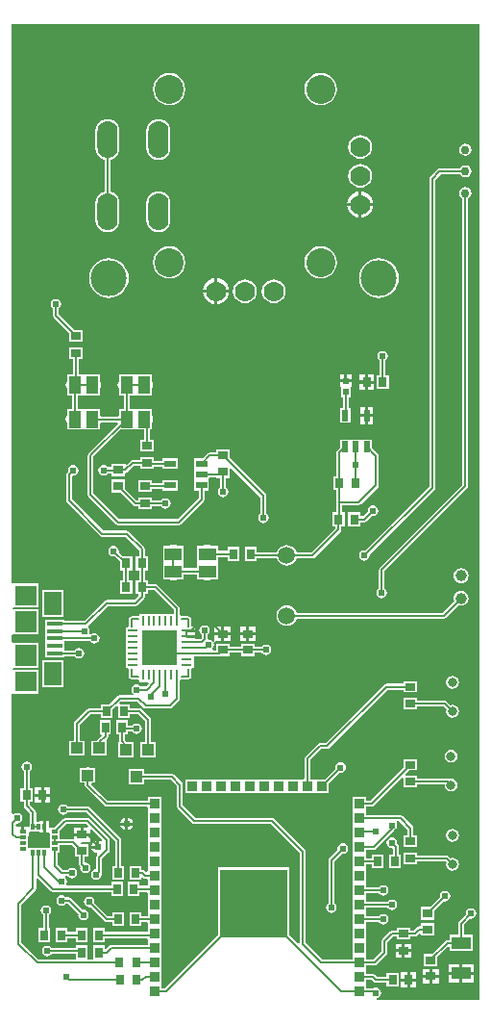
<source format=gtl>
G04 Layer_Physical_Order=1*
G04 Layer_Color=255*
%FSLAX25Y25*%
%MOIN*%
G70*
G01*
G75*
%ADD10R,0.03150X0.03543*%
%ADD11R,0.12402X0.12402*%
%ADD12R,0.01024X0.03780*%
%ADD13R,0.03780X0.01024*%
%ADD14R,0.03543X0.02756*%
%ADD15R,0.03543X0.03150*%
%ADD16R,0.02362X0.03937*%
%ADD17R,0.02756X0.03543*%
%ADD18R,0.04134X0.03937*%
%ADD19R,0.23622X0.23622*%
%ADD20R,0.03543X0.03543*%
%ADD21R,0.05512X0.01575*%
%ADD22R,0.06299X0.08268*%
%ADD23R,0.07480X0.07086*%
%ADD24R,0.07480X0.07480*%
%ADD25R,0.01968X0.02362*%
%ADD26R,0.03937X0.02362*%
%ADD27R,0.06693X0.04331*%
%ADD28R,0.01378X0.02165*%
%ADD29R,0.02165X0.01378*%
%ADD30C,0.00800*%
%ADD31C,0.00787*%
%ADD32C,0.10000*%
%ADD33O,0.07000X0.13000*%
%ADD34C,0.07000*%
%ADD35R,0.05900X0.04300*%
%ADD36C,0.12500*%
%ADD37R,0.04300X0.05900*%
%ADD38C,0.03150*%
%ADD39C,0.03937*%
%ADD40C,0.05905*%
%ADD41C,0.03000*%
%ADD42C,0.02400*%
G36*
X393879Y306121D02*
X358345D01*
X358286Y306721D01*
X358702Y306804D01*
X359298Y307202D01*
X359696Y307798D01*
X359835Y308500D01*
X359696Y309202D01*
X359298Y309798D01*
X358702Y310196D01*
X358000Y310335D01*
X357298Y310196D01*
X357111Y310071D01*
X354910D01*
X354486Y310495D01*
X354486Y311423D01*
X354486Y312023D01*
Y313032D01*
X356526D01*
X357279Y312279D01*
X357610Y312058D01*
X358000Y311980D01*
X361569D01*
Y310628D01*
X365919D01*
Y315372D01*
X361569D01*
Y314020D01*
X358422D01*
X357670Y314772D01*
X357339Y314993D01*
X356949Y315071D01*
X354910D01*
X354486Y315495D01*
X354486Y316423D01*
X354486Y317023D01*
Y318032D01*
X357551D01*
X357941Y318109D01*
X358272Y318330D01*
X361721Y321779D01*
X361942Y322110D01*
X362020Y322500D01*
Y326078D01*
X363875Y327933D01*
X365128D01*
Y326975D01*
X369872D01*
Y327933D01*
X371453D01*
X371843Y328011D01*
X372174Y328232D01*
X373028Y329086D01*
X373628Y328838D01*
Y328313D01*
X378372D01*
Y332663D01*
X373628D01*
Y331508D01*
X372988D01*
X372598Y331430D01*
X372267Y331209D01*
X371030Y329972D01*
X369872D01*
Y330931D01*
X365128D01*
Y329972D01*
X363453D01*
X363063Y329895D01*
X362732Y329674D01*
X360279Y327221D01*
X360058Y326890D01*
X359980Y326500D01*
Y322922D01*
X357129Y320071D01*
X354910D01*
X354486Y320495D01*
X354486Y321423D01*
X354486Y322023D01*
Y326080D01*
X354486Y326423D01*
X354486Y327023D01*
Y331080D01*
X354486Y331423D01*
X354486Y332023D01*
Y332980D01*
X359016D01*
X359202Y332702D01*
X359798Y332304D01*
X360500Y332165D01*
X361202Y332304D01*
X361798Y332702D01*
X362196Y333298D01*
X362335Y334000D01*
X362196Y334702D01*
X361798Y335298D01*
X361202Y335696D01*
X360500Y335835D01*
X359798Y335696D01*
X359202Y335298D01*
X359016Y335020D01*
X354910D01*
X354486Y335444D01*
X354486Y336423D01*
X354486Y337023D01*
Y337980D01*
X362016D01*
X362202Y337702D01*
X362798Y337304D01*
X363500Y337165D01*
X364202Y337304D01*
X364798Y337702D01*
X365196Y338298D01*
X365335Y339000D01*
X365196Y339702D01*
X364798Y340298D01*
X364202Y340696D01*
X363500Y340835D01*
X362798Y340696D01*
X362202Y340298D01*
X362016Y340020D01*
X354910D01*
X354486Y340444D01*
X354486Y341423D01*
X354486Y342023D01*
Y342980D01*
X359016D01*
X359202Y342702D01*
X359798Y342304D01*
X360500Y342165D01*
X361202Y342304D01*
X361798Y342702D01*
X362196Y343298D01*
X362335Y344000D01*
X362196Y344702D01*
X361798Y345298D01*
X361202Y345696D01*
X360500Y345835D01*
X359798Y345696D01*
X359202Y345298D01*
X359016Y345020D01*
X354910D01*
X354486Y345444D01*
X354486Y346423D01*
X354486Y347023D01*
Y351080D01*
X354486Y351423D01*
X354486Y352023D01*
Y352980D01*
X356569D01*
Y351628D01*
X360525D01*
Y356372D01*
X356569D01*
Y355020D01*
X354910D01*
X354486Y355444D01*
X354486Y356423D01*
X354486Y357023D01*
Y358032D01*
X357051D01*
X357441Y358109D01*
X357772Y358330D01*
X364221Y364779D01*
X364267Y364847D01*
X364798Y365202D01*
X365196Y365798D01*
X365335Y366500D01*
X365196Y367202D01*
X365042Y367432D01*
X365363Y368032D01*
X366026D01*
X368980Y365078D01*
Y362931D01*
X367628D01*
Y358975D01*
X372372D01*
Y362931D01*
X371020D01*
Y365500D01*
X370942Y365890D01*
X370721Y366221D01*
X367170Y369772D01*
X366839Y369993D01*
X366449Y370071D01*
X354910D01*
X354486Y370495D01*
X354486Y371423D01*
X354486Y372023D01*
Y373032D01*
X356551D01*
X356941Y373109D01*
X357272Y373330D01*
X367028Y383086D01*
X367628Y382838D01*
Y379616D01*
X372372D01*
Y380575D01*
X381721D01*
X381783Y380500D01*
X381951Y379651D01*
X382432Y378932D01*
X383151Y378451D01*
X384000Y378283D01*
X384849Y378451D01*
X385568Y378932D01*
X386049Y379651D01*
X386217Y380500D01*
X386049Y381349D01*
X385568Y382068D01*
X384849Y382549D01*
X384000Y382717D01*
X383193Y382557D01*
X382906Y382614D01*
X372372D01*
Y383572D01*
X368363D01*
X368114Y384172D01*
X369464Y385522D01*
X372372D01*
Y389478D01*
X367628D01*
Y386570D01*
X356129Y375071D01*
X354486D01*
Y376423D01*
X349743D01*
Y372023D01*
X349743Y371679D01*
X349743Y371079D01*
Y367023D01*
X349743Y366680D01*
X349743Y366079D01*
Y362023D01*
X349743Y361680D01*
X349743Y361080D01*
Y357023D01*
X349743Y356680D01*
X349743Y356080D01*
Y352023D01*
X349743Y351679D01*
X349743Y351080D01*
Y347023D01*
X349743Y346679D01*
X349743Y346079D01*
Y342023D01*
X349743Y341680D01*
X349743Y341079D01*
Y337023D01*
X349743Y336680D01*
X349743Y336080D01*
Y332023D01*
X349743Y331680D01*
X349743Y331080D01*
Y327023D01*
X349743Y326679D01*
X349743Y326080D01*
Y322023D01*
X349743Y321679D01*
X349743Y321079D01*
Y320071D01*
X339371D01*
X333520Y325922D01*
Y357500D01*
X333442Y357890D01*
X333221Y358221D01*
X322721Y368721D01*
X322390Y368942D01*
X322000Y369020D01*
X295422D01*
X291020Y373422D01*
Y380500D01*
X290942Y380890D01*
X290721Y381221D01*
X287945Y383997D01*
X287615Y384218D01*
X287224Y384295D01*
X277667D01*
Y385844D01*
X272333D01*
Y380707D01*
X277667D01*
Y382256D01*
X286802D01*
X288980Y380078D01*
Y373000D01*
X289058Y372610D01*
X289279Y372279D01*
X294279Y367279D01*
X294610Y367058D01*
X295000Y366980D01*
X321578D01*
X331480Y357078D01*
Y325810D01*
X330880Y325561D01*
X327911Y328531D01*
Y351911D01*
X303089D01*
Y328531D01*
X284629Y310071D01*
X283910D01*
X283486Y310495D01*
X283486Y311423D01*
X283486Y312023D01*
Y316079D01*
X283486Y316423D01*
X283486Y317023D01*
Y321079D01*
X283486Y321423D01*
X283486Y322023D01*
Y326080D01*
X283486Y326423D01*
X283486Y327023D01*
Y331080D01*
X283486Y331423D01*
X283486Y332023D01*
Y336080D01*
X283486Y336423D01*
X283486Y337023D01*
Y341079D01*
X283486Y341423D01*
X283486Y342023D01*
Y346079D01*
X283486Y346423D01*
X283486Y347023D01*
Y351080D01*
X283486Y351423D01*
X283486Y352023D01*
Y356080D01*
X283486Y356423D01*
X283486Y357023D01*
Y361080D01*
X283486Y361423D01*
X283486Y362023D01*
Y366079D01*
X283486Y366423D01*
X283486Y367023D01*
Y371079D01*
X283486Y371423D01*
X283486Y372023D01*
Y376423D01*
X278743D01*
Y375071D01*
X264871D01*
X259335Y380607D01*
X259583Y381207D01*
X260667D01*
Y386344D01*
X258823D01*
X258721Y386496D01*
X258390Y386718D01*
X258000Y386795D01*
X257610Y386718D01*
X257279Y386496D01*
X257177Y386344D01*
X255333D01*
Y381207D01*
X256980D01*
Y380500D01*
X257058Y380110D01*
X257279Y379779D01*
X263728Y373330D01*
X264059Y373109D01*
X264449Y373032D01*
X278318D01*
X278743Y372607D01*
X278743Y371679D01*
X278743Y371079D01*
Y367023D01*
X278743Y366680D01*
X278743Y366079D01*
Y362023D01*
X278743Y361680D01*
X278743Y361080D01*
Y357023D01*
X278743Y356680D01*
X278743Y356080D01*
Y352023D01*
X278743Y351679D01*
X278743Y350548D01*
X278142Y350299D01*
X277721Y350721D01*
X277390Y350942D01*
X277000Y351020D01*
X276383D01*
Y352372D01*
X272428D01*
Y347628D01*
X276383D01*
Y348326D01*
X276983Y348575D01*
X277228Y348330D01*
X277559Y348109D01*
X277949Y348032D01*
X278318D01*
X278743Y347607D01*
X278743Y346679D01*
X278743Y346120D01*
X278646Y345520D01*
X275978D01*
Y346872D01*
X272022D01*
Y342128D01*
X275978D01*
Y343480D01*
X278318D01*
X278743Y343056D01*
X278743Y341680D01*
X278743Y341079D01*
Y337023D01*
X278743Y336680D01*
X278743Y336080D01*
Y335020D01*
X276431D01*
Y336372D01*
X272475D01*
Y331628D01*
X276431D01*
Y332980D01*
X278318D01*
X278743Y332556D01*
X278743Y331680D01*
X278743Y331080D01*
Y329520D01*
X263731D01*
Y330872D01*
X259775D01*
Y326128D01*
X263731D01*
Y327480D01*
X278318D01*
X278743Y327056D01*
Y326679D01*
X278743Y326080D01*
Y325071D01*
X266051D01*
X265661Y324993D01*
X265330Y324772D01*
X264331Y323773D01*
X263731Y324021D01*
Y324872D01*
X259775D01*
X259775Y320128D01*
X259220Y320020D01*
X258380D01*
X257825Y320128D01*
X257825Y320620D01*
Y324872D01*
X253869D01*
Y324020D01*
X245484D01*
X245298Y324298D01*
X244702Y324696D01*
X244000Y324835D01*
X243298Y324696D01*
X242702Y324298D01*
X242304Y323702D01*
X242165Y323000D01*
X242304Y322298D01*
X242702Y321702D01*
X243298Y321304D01*
X244000Y321165D01*
X244702Y321304D01*
X245298Y321702D01*
X245484Y321980D01*
X253869D01*
X253869Y320128D01*
X253314Y320020D01*
X240922D01*
X235020Y325922D01*
Y339078D01*
X239753Y343811D01*
X239973Y344141D01*
X240051Y344531D01*
Y348159D01*
X240651Y348407D01*
X245279Y343779D01*
X245610Y343558D01*
X246000Y343480D01*
X266116D01*
Y342128D01*
X270072D01*
Y346872D01*
X266116D01*
Y345520D01*
X250897D01*
X250577Y346120D01*
X250696Y346298D01*
X250835Y347000D01*
X250696Y347702D01*
X250298Y348298D01*
X250174Y348380D01*
X250356Y348980D01*
X251016D01*
X251202Y348702D01*
X251798Y348304D01*
X252500Y348165D01*
X253202Y348304D01*
X253798Y348702D01*
X254196Y349298D01*
X254335Y350000D01*
X254196Y350702D01*
X253798Y351298D01*
X253202Y351696D01*
X252500Y351835D01*
X251798Y351696D01*
X251202Y351298D01*
X251016Y351020D01*
X249422D01*
X247531Y352910D01*
Y357075D01*
X248195D01*
Y359724D01*
X252578D01*
X253628Y358674D01*
Y355569D01*
X254980D01*
Y353000D01*
X255058Y352610D01*
X255279Y352279D01*
X255426Y352133D01*
X255360Y351804D01*
X255500Y351102D01*
X255898Y350507D01*
X256493Y350109D01*
X257196Y349969D01*
X257898Y350109D01*
X258493Y350507D01*
X258891Y351102D01*
X259031Y351804D01*
X258891Y352507D01*
X258493Y353102D01*
X257898Y353500D01*
X257196Y353640D01*
X257020Y353784D01*
Y355569D01*
X258372D01*
Y359919D01*
X255623D01*
X255507Y360081D01*
X255817Y360681D01*
X258772D01*
Y362756D01*
X256000D01*
Y363256D01*
D01*
Y362756D01*
X253228D01*
Y361951D01*
X253000Y361764D01*
X248195D01*
Y364510D01*
X250665Y366980D01*
X257578D01*
X258173Y366385D01*
X257943Y365831D01*
X256500D01*
Y363756D01*
X258772D01*
Y365002D01*
X259326Y365232D01*
X263085Y361473D01*
X263058Y361327D01*
X262396Y361047D01*
X262358Y361072D01*
X262000Y361144D01*
Y359000D01*
X261500D01*
Y358500D01*
X259356D01*
X259428Y358142D01*
X259914Y357414D01*
X260642Y356928D01*
X261055Y356845D01*
X261279Y356221D01*
X261058Y355890D01*
X260980Y355500D01*
Y351331D01*
X260298Y351196D01*
X259702Y350798D01*
X259304Y350202D01*
X259165Y349500D01*
X259304Y348798D01*
X259702Y348202D01*
X260298Y347804D01*
X261000Y347665D01*
X261702Y347804D01*
X262298Y348202D01*
X262696Y348798D01*
X262835Y349500D01*
X262766Y349847D01*
X262942Y350110D01*
X263020Y350500D01*
Y355078D01*
X263300Y355358D01*
X263301Y355358D01*
X263632Y355579D01*
X265221Y357168D01*
X265442Y357499D01*
X265520Y357889D01*
Y361500D01*
X265442Y361890D01*
X265221Y362221D01*
X258721Y368721D01*
X258390Y368942D01*
X258000Y369020D01*
X250242D01*
X249852Y368942D01*
X249521Y368721D01*
X246359Y365558D01*
X244829Y365558D01*
X244657Y366087D01*
Y368083D01*
X243468D01*
Y366000D01*
Y363917D01*
X244657D01*
X244829Y363388D01*
Y358639D01*
X244257Y358570D01*
X244229Y358570D01*
X237771D01*
X237742Y358570D01*
X237171Y358639D01*
Y362580D01*
X237571D01*
Y363788D01*
X237742Y364317D01*
X238171Y364317D01*
X241280D01*
Y363917D01*
X242469D01*
Y366000D01*
Y368083D01*
X241280D01*
Y367683D01*
X240051D01*
Y371000D01*
X239973Y371390D01*
X239753Y371721D01*
X237764Y373710D01*
Y374628D01*
X238919D01*
Y379372D01*
X237764D01*
Y385261D01*
X238042Y385446D01*
X238440Y386042D01*
X238579Y386744D01*
X238440Y387446D01*
X238042Y388042D01*
X237446Y388440D01*
X236744Y388579D01*
X236042Y388440D01*
X235446Y388042D01*
X235049Y387446D01*
X234909Y386744D01*
X235049Y386042D01*
X235446Y385446D01*
X235724Y385261D01*
Y379372D01*
X234569D01*
Y374628D01*
X235724D01*
Y373287D01*
X235802Y372897D01*
X236023Y372566D01*
X238012Y370578D01*
Y367683D01*
X237742D01*
Y366487D01*
X237571Y365958D01*
X237142Y365958D01*
X235988D01*
Y364269D01*
X234988D01*
Y365958D01*
X233405D01*
X233020Y366398D01*
Y366665D01*
X233500Y367165D01*
X234202Y367304D01*
X234798Y367702D01*
X235196Y368298D01*
X235335Y369000D01*
X235196Y369702D01*
X234798Y370298D01*
X234202Y370696D01*
X233500Y370835D01*
X232798Y370696D01*
X232222Y370311D01*
X232105Y370333D01*
X231622Y370509D01*
Y377875D01*
Y411956D01*
X232160Y412105D01*
X232222Y412105D01*
X240840D01*
Y420391D01*
X232222D01*
X232160Y420391D01*
X231896Y420464D01*
Y420695D01*
X232465Y421160D01*
X240840D01*
Y429840D01*
X232222D01*
X232160Y429840D01*
X231622Y429989D01*
Y432428D01*
X232160Y432577D01*
X232222Y432577D01*
X240840D01*
Y441257D01*
X232222D01*
X232160Y441257D01*
X231896Y441331D01*
Y441561D01*
X232465Y442026D01*
X240840D01*
Y450312D01*
X232222D01*
X232160Y450312D01*
X231622Y450461D01*
Y523625D01*
Y643878D01*
X393879D01*
Y306121D01*
D02*
G37*
%LPC*%
G36*
X241756Y376500D02*
X239681D01*
Y374228D01*
X241756D01*
Y376500D01*
D02*
G37*
G36*
X272000Y369144D02*
Y367500D01*
X273644D01*
X273572Y367858D01*
X273086Y368586D01*
X272358Y369072D01*
X272000Y369144D01*
D02*
G37*
G36*
X271000D02*
X270642Y369072D01*
X269914Y368586D01*
X269428Y367858D01*
X269356Y367500D01*
X271000D01*
Y369144D01*
D02*
G37*
G36*
X244831Y379772D02*
X242756D01*
Y377500D01*
X244831D01*
Y379772D01*
D02*
G37*
G36*
X241756D02*
X239681D01*
Y377500D01*
X241756D01*
Y379772D01*
D02*
G37*
G36*
X244831Y376500D02*
X242756D01*
Y374228D01*
X244831D01*
Y376500D01*
D02*
G37*
G36*
X384500Y365217D02*
X383651Y365049D01*
X382932Y364568D01*
X382451Y363849D01*
X382283Y363000D01*
X382451Y362151D01*
X382932Y361432D01*
X383651Y360951D01*
X384500Y360783D01*
X385349Y360951D01*
X386068Y361432D01*
X386549Y362151D01*
X386717Y363000D01*
X386549Y363849D01*
X386068Y364568D01*
X385349Y365049D01*
X384500Y365217D01*
D02*
G37*
G36*
X261000Y361144D02*
X260642Y361072D01*
X259914Y360586D01*
X259428Y359858D01*
X259356Y359500D01*
X261000D01*
Y361144D01*
D02*
G37*
G36*
X346500Y360335D02*
X345798Y360196D01*
X345202Y359798D01*
X344804Y359202D01*
X344665Y358500D01*
X344730Y358172D01*
X341779Y355221D01*
X341558Y354890D01*
X341480Y354500D01*
Y339484D01*
X341202Y339298D01*
X340804Y338702D01*
X340665Y338000D01*
X340804Y337298D01*
X341202Y336702D01*
X341798Y336304D01*
X342500Y336165D01*
X343202Y336304D01*
X343798Y336702D01*
X344196Y337298D01*
X344335Y338000D01*
X344196Y338702D01*
X343798Y339298D01*
X343520Y339484D01*
Y354078D01*
X346172Y356730D01*
X346500Y356665D01*
X347202Y356804D01*
X347798Y357202D01*
X348196Y357798D01*
X348335Y358500D01*
X348196Y359202D01*
X347798Y359798D01*
X347202Y360196D01*
X346500Y360335D01*
D02*
G37*
G36*
X273644Y366500D02*
X272000D01*
Y364856D01*
X272358Y364928D01*
X273086Y365414D01*
X273572Y366142D01*
X273644Y366500D01*
D02*
G37*
G36*
X271000D02*
X269356D01*
X269428Y366142D01*
X269914Y365414D01*
X270642Y364928D01*
X271000Y364856D01*
Y366500D01*
D02*
G37*
G36*
X255500Y365831D02*
X253228D01*
Y363756D01*
X255500D01*
Y365831D01*
D02*
G37*
G36*
X253000Y491335D02*
X252298Y491196D01*
X251702Y490798D01*
X251304Y490202D01*
X251165Y489500D01*
X251230Y489172D01*
X250779Y488721D01*
X250558Y488390D01*
X250480Y488000D01*
Y479000D01*
X250558Y478610D01*
X250779Y478279D01*
X262279Y466779D01*
X262610Y466558D01*
X263000Y466480D01*
X271078D01*
X275736Y461822D01*
Y459572D01*
X274581D01*
Y454828D01*
X275736D01*
Y451372D01*
X274581D01*
Y446628D01*
X275375D01*
X275586Y446028D01*
X274078Y444520D01*
X264500D01*
X264110Y444442D01*
X263779Y444221D01*
X256904Y437346D01*
X249895D01*
Y437714D01*
X243183D01*
Y434939D01*
Y432380D01*
Y429821D01*
Y427262D01*
Y424703D01*
X249895D01*
Y425071D01*
X253426D01*
X253612Y424793D01*
X254207Y424395D01*
X254909Y424255D01*
X255612Y424395D01*
X256207Y424793D01*
X256605Y425388D01*
X256745Y426090D01*
X256605Y426793D01*
X256207Y427388D01*
X255612Y427786D01*
X254909Y427926D01*
X254207Y427786D01*
X253612Y427388D01*
X253426Y427110D01*
X249895D01*
Y430189D01*
X258808D01*
X258994Y429911D01*
X259589Y429513D01*
X260291Y429373D01*
X260994Y429513D01*
X261589Y429911D01*
X261987Y430506D01*
X262127Y431209D01*
X261987Y431911D01*
X261589Y432506D01*
X260994Y432904D01*
X260291Y433044D01*
X259589Y432904D01*
X259114Y432587D01*
X258875Y432602D01*
X258719Y432777D01*
X258484Y433170D01*
X258603Y433768D01*
X258463Y434470D01*
X258144Y434948D01*
X258096Y435273D01*
X258163Y435722D01*
X264922Y442480D01*
X274500D01*
X274890Y442558D01*
X275221Y442779D01*
X277477Y445035D01*
X277698Y445366D01*
X277776Y445756D01*
Y446628D01*
X278931D01*
Y447980D01*
X281078D01*
X287886Y441172D01*
Y439840D01*
X275983D01*
Y439375D01*
X275520Y438856D01*
X273158D01*
X272770Y438779D01*
X272441Y438559D01*
X272221Y438230D01*
X272144Y437843D01*
Y435480D01*
X271625Y435017D01*
X271160D01*
Y432794D01*
Y428857D01*
Y424920D01*
Y420983D01*
X271625D01*
X272144Y420520D01*
Y418157D01*
X272221Y417770D01*
X272441Y417441D01*
X272770Y417221D01*
X273158Y417144D01*
X275520D01*
X275983Y416625D01*
Y416160D01*
X278934D01*
X279164Y415605D01*
X278078Y414520D01*
X276484D01*
X276298Y414798D01*
X275702Y415196D01*
X275000Y415335D01*
X274298Y415196D01*
X273702Y414798D01*
X273304Y414202D01*
X273165Y413500D01*
X273304Y412798D01*
X273702Y412202D01*
X273826Y412120D01*
X273644Y411520D01*
X269094D01*
X268704Y411442D01*
X268373Y411221D01*
X265524Y408372D01*
X262616D01*
Y407020D01*
X258500D01*
X258110Y406942D01*
X257779Y406721D01*
X253342Y402284D01*
X253121Y401953D01*
X253043Y401563D01*
Y395793D01*
X251396D01*
Y390656D01*
X256730D01*
Y395793D01*
X255083D01*
Y401141D01*
X258922Y404980D01*
X262616D01*
Y403628D01*
X266572D01*
Y406536D01*
X267922Y407886D01*
X268522Y407637D01*
Y403628D01*
X272478D01*
Y404980D01*
X275578D01*
X277854Y402704D01*
Y395293D01*
X276270D01*
Y390156D01*
X281604D01*
Y395293D01*
X279894D01*
Y403126D01*
X279816Y403516D01*
X279595Y403847D01*
X276721Y406721D01*
X276390Y406942D01*
X276000Y407020D01*
X272478D01*
Y408372D01*
X269257D01*
X269008Y408972D01*
X269517Y409480D01*
X275136D01*
X277337Y407279D01*
X277668Y407058D01*
X278058Y406980D01*
X286500D01*
X286890Y407058D01*
X287221Y407279D01*
X289627Y409685D01*
X289847Y410015D01*
X289925Y410405D01*
Y416160D01*
X290017D01*
Y416625D01*
X290480Y417144D01*
X292843D01*
X293230Y417221D01*
X293559Y417441D01*
X293779Y417770D01*
X293856Y418157D01*
Y420520D01*
X294375Y420983D01*
X294840D01*
Y425012D01*
X303587D01*
X303876Y425069D01*
X307172D01*
Y426225D01*
X311128D01*
Y425069D01*
X315872D01*
Y426225D01*
X318272D01*
X318458Y425946D01*
X319054Y425549D01*
X319756Y425409D01*
X320458Y425549D01*
X321054Y425946D01*
X321451Y426542D01*
X321591Y427244D01*
X321451Y427946D01*
X321054Y428542D01*
X320458Y428940D01*
X319756Y429079D01*
X319054Y428940D01*
X318458Y428542D01*
X318272Y428264D01*
X315872D01*
Y429419D01*
X311128D01*
Y428264D01*
X307172D01*
Y429419D01*
X302428D01*
Y427051D01*
X301403D01*
X301221Y427651D01*
X301298Y427702D01*
X301696Y428298D01*
X301835Y429000D01*
X301746Y429448D01*
X301696Y429702D01*
X301730Y429779D01*
X302097Y430181D01*
X302586Y430181D01*
X304300D01*
Y432256D01*
X302028D01*
Y430761D01*
X302028Y430284D01*
X301514Y429974D01*
X301298Y430298D01*
X300702Y430696D01*
X300000Y430835D01*
X299520Y431352D01*
Y432516D01*
X299798Y432702D01*
X300196Y433298D01*
X300335Y434000D01*
X300196Y434702D01*
X299798Y435298D01*
X299202Y435696D01*
X298500Y435835D01*
X297798Y435696D01*
X297202Y435298D01*
X296804Y434702D01*
X296665Y434000D01*
X296804Y433298D01*
X297202Y432702D01*
X297480Y432516D01*
Y431422D01*
X297046Y430988D01*
X295240D01*
Y431437D01*
X292350D01*
Y432437D01*
X295240D01*
Y433405D01*
X292350D01*
Y434406D01*
X295240D01*
Y435417D01*
X293907D01*
X293856Y435480D01*
Y437843D01*
X293779Y438230D01*
X293559Y438559D01*
X293230Y438779D01*
X292843Y438856D01*
X290480D01*
X290017Y439375D01*
Y439840D01*
X289925D01*
Y441595D01*
X289847Y441985D01*
X289627Y442315D01*
X282221Y449721D01*
X281890Y449942D01*
X281500Y450020D01*
X278931D01*
Y451372D01*
X277776D01*
Y454828D01*
X278931D01*
Y459572D01*
X277776D01*
Y462244D01*
X277698Y462634D01*
X277477Y462965D01*
X272221Y468221D01*
X271890Y468442D01*
X271500Y468520D01*
X263422D01*
X252520Y479422D01*
Y487165D01*
X253000Y487665D01*
X253702Y487804D01*
X254298Y488202D01*
X254696Y488798D01*
X254835Y489500D01*
X254696Y490202D01*
X254298Y490798D01*
X253702Y491196D01*
X253000Y491335D01*
D02*
G37*
G36*
X249698Y423738D02*
X242199D01*
Y414270D01*
X249698D01*
Y423738D01*
D02*
G37*
G36*
X384500Y418217D02*
X383651Y418049D01*
X382932Y417568D01*
X382451Y416849D01*
X382283Y416000D01*
X382451Y415151D01*
X382932Y414432D01*
X383651Y413951D01*
X384500Y413783D01*
X385349Y413951D01*
X386068Y414432D01*
X386549Y415151D01*
X386717Y416000D01*
X386549Y416849D01*
X386068Y417568D01*
X385349Y418049D01*
X384500Y418217D01*
D02*
G37*
G36*
X316272Y432256D02*
X314000D01*
Y430181D01*
X316272D01*
Y432256D01*
D02*
G37*
G36*
X313000D02*
X310728D01*
Y430181D01*
X313000D01*
Y432256D01*
D02*
G37*
G36*
X307572D02*
X305300D01*
Y430181D01*
X307572D01*
Y432256D01*
D02*
G37*
G36*
X266025Y402872D02*
X262069D01*
Y398128D01*
X262550D01*
X262799Y397528D01*
X261216Y395945D01*
X261114Y395793D01*
X259270D01*
Y390656D01*
X264604D01*
Y395793D01*
X264604D01*
X264412Y396257D01*
X264768Y396614D01*
X264989Y396944D01*
X265067Y397335D01*
Y398128D01*
X266025D01*
Y402872D01*
D02*
G37*
G36*
X384000Y392717D02*
X383151Y392549D01*
X382432Y392068D01*
X381951Y391349D01*
X381783Y390500D01*
X381951Y389651D01*
X382432Y388932D01*
X383151Y388451D01*
X384000Y388283D01*
X384849Y388451D01*
X385568Y388932D01*
X386049Y389651D01*
X386217Y390500D01*
X386049Y391349D01*
X385568Y392068D01*
X384849Y392549D01*
X384000Y392717D01*
D02*
G37*
G36*
X313000Y435331D02*
X310728D01*
Y433256D01*
X313000D01*
Y435331D01*
D02*
G37*
G36*
X372372Y416478D02*
X367628D01*
Y415520D01*
X361500D01*
X361110Y415442D01*
X360779Y415221D01*
X340578Y395020D01*
X338500D01*
X338110Y394942D01*
X337779Y394721D01*
X333401Y390343D01*
X333180Y390012D01*
X333102Y389622D01*
Y382713D01*
X332678Y382289D01*
X331750Y382289D01*
X331150Y382289D01*
X327094D01*
X326750Y382289D01*
X326150Y382289D01*
X322094D01*
X321750Y382289D01*
X321150Y382289D01*
X317094D01*
X316750Y382289D01*
X316150Y382289D01*
X312094D01*
X311750Y382289D01*
X311150Y382289D01*
X307094D01*
X306750Y382289D01*
X306150Y382289D01*
X302094D01*
X301750Y382289D01*
X301150Y382289D01*
X297094D01*
X296750Y382289D01*
X296150Y382289D01*
X291750D01*
Y377546D01*
X296150D01*
X296494Y377546D01*
X297094Y377546D01*
X301150D01*
X301494Y377546D01*
X302094Y377546D01*
X306150D01*
X306494Y377546D01*
X307094Y377546D01*
X311150D01*
X311494Y377546D01*
X312094Y377546D01*
X316150D01*
X316494Y377546D01*
X317094Y377546D01*
X321150D01*
X321494Y377546D01*
X322094Y377546D01*
X326150D01*
X326494Y377546D01*
X327094Y377546D01*
X331150D01*
X331494Y377546D01*
X332094Y377546D01*
X336150D01*
X336494Y377546D01*
X337094Y377546D01*
X341494D01*
Y380847D01*
X345377Y384730D01*
X345705Y384665D01*
X346407Y384804D01*
X347002Y385202D01*
X347400Y385798D01*
X347540Y386500D01*
X347400Y387202D01*
X347002Y387798D01*
X346407Y388196D01*
X345705Y388335D01*
X345002Y388196D01*
X344407Y387798D01*
X344009Y387202D01*
X343869Y386500D01*
X343935Y386172D01*
X340052Y382289D01*
X337094D01*
X336750Y382289D01*
X336150Y382289D01*
X335142D01*
Y389200D01*
X338922Y392980D01*
X341000D01*
X341390Y393058D01*
X341721Y393279D01*
X361922Y413480D01*
X367628D01*
Y412522D01*
X372372D01*
Y416478D01*
D02*
G37*
G36*
Y410572D02*
X367628D01*
Y406616D01*
X372372D01*
Y407575D01*
X381483D01*
X382411Y406647D01*
X382283Y406000D01*
X382451Y405151D01*
X382932Y404432D01*
X383651Y403951D01*
X384500Y403783D01*
X385349Y403951D01*
X386068Y404432D01*
X386549Y405151D01*
X386717Y406000D01*
X386549Y406849D01*
X386068Y407568D01*
X385349Y408049D01*
X384500Y408217D01*
X383853Y408089D01*
X382627Y409315D01*
X382296Y409537D01*
X381906Y409614D01*
X372372D01*
Y410572D01*
D02*
G37*
G36*
X271931Y402872D02*
X267975D01*
Y398128D01*
X268933D01*
Y395547D01*
X268724Y395293D01*
X268396D01*
Y390156D01*
X273730D01*
Y395293D01*
X271649D01*
X270972Y395970D01*
Y398128D01*
X271931D01*
Y398980D01*
X273516D01*
X273702Y398702D01*
X274298Y398304D01*
X275000Y398165D01*
X275702Y398304D01*
X276298Y398702D01*
X276696Y399298D01*
X276835Y400000D01*
X276696Y400702D01*
X276298Y401298D01*
X275702Y401696D01*
X275000Y401835D01*
X274298Y401696D01*
X273702Y401298D01*
X273516Y401020D01*
X271931D01*
Y402872D01*
D02*
G37*
G36*
X376500Y316819D02*
X374228D01*
Y314744D01*
X376500D01*
Y316819D01*
D02*
G37*
G36*
X371831Y315772D02*
X369756D01*
Y313500D01*
X371831D01*
Y315772D01*
D02*
G37*
G36*
X368756D02*
X366681D01*
Y313500D01*
X368756D01*
Y315772D01*
D02*
G37*
G36*
X391846Y318350D02*
X388000D01*
Y315685D01*
X391846D01*
Y318350D01*
D02*
G37*
G36*
X387000D02*
X383154D01*
Y315685D01*
X387000D01*
Y318350D01*
D02*
G37*
G36*
X379772Y316819D02*
X377500D01*
Y314744D01*
X379772D01*
Y316819D01*
D02*
G37*
G36*
X376500Y313744D02*
X374228D01*
Y311669D01*
X376500D01*
Y313744D01*
D02*
G37*
G36*
X371831Y312500D02*
X369756D01*
Y310228D01*
X371831D01*
Y312500D01*
D02*
G37*
G36*
X368756D02*
X366681D01*
Y310228D01*
X368756D01*
Y312500D01*
D02*
G37*
G36*
X391846Y314685D02*
X388000D01*
Y312020D01*
X391846D01*
Y314685D01*
D02*
G37*
G36*
X387000D02*
X383154D01*
Y312020D01*
X387000D01*
Y314685D01*
D02*
G37*
G36*
X379772Y313744D02*
X377500D01*
Y311669D01*
X379772D01*
Y313744D01*
D02*
G37*
G36*
X367000Y322547D02*
X364728D01*
Y320669D01*
X367000D01*
Y322547D01*
D02*
G37*
G36*
X382000Y343835D02*
X381298Y343696D01*
X380702Y343298D01*
X380304Y342702D01*
X380165Y342000D01*
X380230Y341672D01*
X376733Y338175D01*
X373628D01*
Y333825D01*
X378372D01*
Y336930D01*
X381672Y340230D01*
X382000Y340165D01*
X382702Y340304D01*
X383298Y340702D01*
X383696Y341298D01*
X383835Y342000D01*
X383696Y342702D01*
X383298Y343298D01*
X382702Y343696D01*
X382000Y343835D01*
D02*
G37*
G36*
X391000Y337835D02*
X390298Y337696D01*
X389702Y337298D01*
X389304Y336702D01*
X389165Y336000D01*
X389230Y335672D01*
X386779Y333221D01*
X386558Y332890D01*
X386480Y332500D01*
Y328580D01*
X383554D01*
Y326835D01*
X382815D01*
X382425Y326757D01*
X382094Y326536D01*
X377489Y321931D01*
X374628D01*
Y317581D01*
X379372D01*
Y320930D01*
X382954Y324512D01*
X383554Y324263D01*
Y323050D01*
X391446D01*
Y328580D01*
X388520D01*
Y332078D01*
X390672Y334230D01*
X391000Y334165D01*
X391702Y334304D01*
X392298Y334702D01*
X392696Y335298D01*
X392835Y336000D01*
X392696Y336702D01*
X392298Y337298D01*
X391702Y337696D01*
X391000Y337835D01*
D02*
G37*
G36*
X249000Y342335D02*
X248298Y342196D01*
X247702Y341798D01*
X247304Y341202D01*
X247165Y340500D01*
X247304Y339798D01*
X247702Y339202D01*
X248298Y338804D01*
X249000Y338665D01*
X249702Y338804D01*
X250298Y339202D01*
X250484Y339480D01*
X251078D01*
X254730Y335828D01*
X254665Y335500D01*
X254804Y334798D01*
X255202Y334202D01*
X255798Y333804D01*
X256500Y333665D01*
X257202Y333804D01*
X257798Y334202D01*
X258196Y334798D01*
X258335Y335500D01*
X258196Y336202D01*
X257798Y336798D01*
X257202Y337196D01*
X256500Y337335D01*
X256172Y337270D01*
X252221Y341221D01*
X251890Y341442D01*
X251500Y341520D01*
X250484D01*
X250298Y341798D01*
X249702Y342196D01*
X249000Y342335D01*
D02*
G37*
G36*
X363500Y362335D02*
X362798Y362196D01*
X362202Y361798D01*
X361804Y361202D01*
X361665Y360500D01*
X361804Y359798D01*
X362202Y359202D01*
X362798Y358804D01*
X363500Y358665D01*
X363980Y358165D01*
Y356372D01*
X362475D01*
Y351628D01*
X366431D01*
Y356372D01*
X366020D01*
Y359000D01*
X365942Y359390D01*
X365721Y359721D01*
X365270Y360172D01*
X365335Y360500D01*
X365196Y361202D01*
X364798Y361798D01*
X364202Y362196D01*
X363500Y362335D01*
D02*
G37*
G36*
X372372Y357025D02*
X367628D01*
Y353069D01*
X372372D01*
Y354028D01*
X381999D01*
X382398Y353580D01*
X382283Y353000D01*
X382451Y352151D01*
X382932Y351432D01*
X383651Y350951D01*
X384500Y350783D01*
X385349Y350951D01*
X386068Y351432D01*
X386549Y352151D01*
X386717Y353000D01*
X386549Y353849D01*
X386068Y354568D01*
X385349Y355049D01*
X384500Y355217D01*
X383853Y355089D01*
X383174Y355768D01*
X382843Y355989D01*
X382453Y356067D01*
X372372D01*
Y357025D01*
D02*
G37*
G36*
X249500Y373835D02*
X248798Y373696D01*
X248202Y373298D01*
X247804Y372702D01*
X247665Y372000D01*
X247804Y371298D01*
X248202Y370702D01*
X248798Y370304D01*
X249500Y370165D01*
X250202Y370304D01*
X250798Y370702D01*
X250984Y370980D01*
X257578D01*
X267480Y361078D01*
Y352372D01*
X266522D01*
Y347628D01*
X270478D01*
Y352372D01*
X269520D01*
Y361500D01*
X269442Y361890D01*
X269221Y362221D01*
X258721Y372721D01*
X258390Y372942D01*
X258000Y373020D01*
X250984D01*
X250798Y373298D01*
X250202Y373696D01*
X249500Y373835D01*
D02*
G37*
G36*
X370272Y325425D02*
X368000D01*
Y323547D01*
X370272D01*
Y325425D01*
D02*
G37*
G36*
X367000D02*
X364728D01*
Y323547D01*
X367000D01*
Y325425D01*
D02*
G37*
G36*
X370272Y322547D02*
X368000D01*
Y320669D01*
X370272D01*
Y322547D01*
D02*
G37*
G36*
X258500Y341835D02*
X257798Y341696D01*
X257202Y341298D01*
X256804Y340702D01*
X256665Y340000D01*
X256804Y339298D01*
X257202Y338702D01*
X257798Y338304D01*
X258500Y338165D01*
X258828Y338230D01*
X263779Y333279D01*
X264110Y333058D01*
X264500Y332980D01*
X266569D01*
Y331628D01*
X270525D01*
Y336372D01*
X266569D01*
Y335020D01*
X264922D01*
X260270Y339672D01*
X260335Y340000D01*
X260196Y340702D01*
X259798Y341298D01*
X259202Y341696D01*
X258500Y341835D01*
D02*
G37*
G36*
X243500Y338835D02*
X242798Y338696D01*
X242202Y338298D01*
X241804Y337702D01*
X241665Y337000D01*
X241804Y336298D01*
X242202Y335702D01*
X242480Y335516D01*
Y330872D01*
X240869D01*
Y326128D01*
X244825D01*
Y330872D01*
X244520D01*
Y335516D01*
X244798Y335702D01*
X245196Y336298D01*
X245335Y337000D01*
X245196Y337702D01*
X244798Y338298D01*
X244202Y338696D01*
X243500Y338835D01*
D02*
G37*
G36*
X250731Y330872D02*
X246775D01*
Y326128D01*
X250731D01*
Y327480D01*
X253869D01*
Y326128D01*
X257825D01*
Y330872D01*
X253869D01*
Y329520D01*
X250731D01*
Y330872D01*
D02*
G37*
G36*
X304300Y435331D02*
X302028D01*
Y433256D01*
X304300D01*
Y435331D01*
D02*
G37*
G36*
X302000Y555973D02*
X301325Y555884D01*
X300231Y555431D01*
X299291Y554709D01*
X298569Y553769D01*
X298116Y552675D01*
X298027Y552000D01*
X302000D01*
Y555973D01*
D02*
G37*
G36*
X359000Y562883D02*
X357657Y562751D01*
X356366Y562359D01*
X355176Y561723D01*
X354133Y560867D01*
X353277Y559824D01*
X352641Y558634D01*
X352249Y557343D01*
X352117Y556000D01*
X352249Y554657D01*
X352641Y553366D01*
X353277Y552176D01*
X354133Y551133D01*
X355176Y550277D01*
X356366Y549641D01*
X357657Y549249D01*
X359000Y549117D01*
X360343Y549249D01*
X361634Y549641D01*
X362824Y550277D01*
X363867Y551133D01*
X364723Y552176D01*
X365359Y553366D01*
X365751Y554657D01*
X365883Y556000D01*
X365751Y557343D01*
X365359Y558634D01*
X364723Y559824D01*
X363867Y560867D01*
X362824Y561723D01*
X361634Y562359D01*
X360343Y562751D01*
X359000Y562883D01*
D02*
G37*
G36*
X265300D02*
X263957Y562751D01*
X262666Y562359D01*
X261476Y561723D01*
X260433Y560867D01*
X259577Y559824D01*
X258941Y558634D01*
X258549Y557343D01*
X258417Y556000D01*
X258549Y554657D01*
X258941Y553366D01*
X259577Y552176D01*
X260433Y551133D01*
X261476Y550277D01*
X262666Y549641D01*
X263957Y549249D01*
X265300Y549117D01*
X266643Y549249D01*
X267934Y549641D01*
X269124Y550277D01*
X270167Y551133D01*
X271023Y552176D01*
X271659Y553366D01*
X272051Y554657D01*
X272183Y556000D01*
X272051Y557343D01*
X271659Y558634D01*
X271023Y559824D01*
X270167Y560867D01*
X269124Y561723D01*
X267934Y562359D01*
X266643Y562751D01*
X265300Y562883D01*
D02*
G37*
G36*
X338750Y567148D02*
X337288Y566956D01*
X335926Y566392D01*
X334756Y565494D01*
X333858Y564324D01*
X333294Y562962D01*
X333102Y561500D01*
X333294Y560038D01*
X333858Y558676D01*
X334756Y557506D01*
X335926Y556608D01*
X337288Y556044D01*
X338750Y555852D01*
X340212Y556044D01*
X341574Y556608D01*
X342744Y557506D01*
X343642Y558676D01*
X344206Y560038D01*
X344398Y561500D01*
X344206Y562962D01*
X343642Y564324D01*
X342744Y565494D01*
X341574Y566392D01*
X340212Y566956D01*
X338750Y567148D01*
D02*
G37*
G36*
X286250D02*
X284788Y566956D01*
X283426Y566392D01*
X282256Y565494D01*
X281358Y564324D01*
X280794Y562962D01*
X280602Y561500D01*
X280794Y560038D01*
X281358Y558676D01*
X282256Y557506D01*
X283426Y556608D01*
X284788Y556044D01*
X286250Y555852D01*
X287712Y556044D01*
X289074Y556608D01*
X290244Y557506D01*
X291142Y558676D01*
X291706Y560038D01*
X291898Y561500D01*
X291706Y562962D01*
X291142Y564324D01*
X290244Y565494D01*
X289074Y566392D01*
X287712Y566956D01*
X286250Y567148D01*
D02*
G37*
G36*
X303000Y555973D02*
Y552000D01*
X306973D01*
X306884Y552675D01*
X306431Y553769D01*
X305709Y554709D01*
X304769Y555431D01*
X303675Y555884D01*
X303000Y555973D01*
D02*
G37*
G36*
X302000Y551000D02*
X298027D01*
X298116Y550325D01*
X298569Y549231D01*
X299291Y548291D01*
X300231Y547569D01*
X301325Y547116D01*
X302000Y547027D01*
Y551000D01*
D02*
G37*
G36*
X247000Y548835D02*
X246298Y548696D01*
X245702Y548298D01*
X245304Y547702D01*
X245165Y547000D01*
X245304Y546298D01*
X245702Y545702D01*
X245980Y545516D01*
Y543000D01*
X246058Y542610D01*
X246279Y542279D01*
X251628Y536930D01*
Y534022D01*
X256372D01*
Y537978D01*
X253464D01*
X248020Y543422D01*
Y545516D01*
X248298Y545702D01*
X248696Y546298D01*
X248835Y547000D01*
X248696Y547702D01*
X248298Y548298D01*
X247702Y548696D01*
X247000Y548835D01*
D02*
G37*
G36*
X349484Y522650D02*
X348000D01*
Y520968D01*
X349484D01*
Y522650D01*
D02*
G37*
G36*
X322500Y555635D02*
X321430Y555494D01*
X320432Y555081D01*
X319576Y554424D01*
X318919Y553568D01*
X318506Y552570D01*
X318365Y551500D01*
X318506Y550430D01*
X318919Y549432D01*
X319576Y548576D01*
X320432Y547919D01*
X321430Y547506D01*
X322500Y547365D01*
X323570Y547506D01*
X324568Y547919D01*
X325424Y548576D01*
X326081Y549432D01*
X326495Y550430D01*
X326635Y551500D01*
X326495Y552570D01*
X326081Y553568D01*
X325424Y554424D01*
X324568Y555081D01*
X323570Y555494D01*
X322500Y555635D01*
D02*
G37*
G36*
X312500D02*
X311430Y555494D01*
X310432Y555081D01*
X309576Y554424D01*
X308919Y553568D01*
X308506Y552570D01*
X308365Y551500D01*
X308506Y550430D01*
X308919Y549432D01*
X309576Y548576D01*
X310432Y547919D01*
X311430Y547506D01*
X312500Y547365D01*
X313570Y547506D01*
X314568Y547919D01*
X315424Y548576D01*
X316081Y549432D01*
X316494Y550430D01*
X316635Y551500D01*
X316494Y552570D01*
X316081Y553568D01*
X315424Y554424D01*
X314568Y555081D01*
X313570Y555494D01*
X312500Y555635D01*
D02*
G37*
G36*
X306973Y551000D02*
X303000D01*
Y547027D01*
X303675Y547116D01*
X304769Y547569D01*
X305709Y548291D01*
X306431Y549231D01*
X306884Y550325D01*
X306973Y551000D01*
D02*
G37*
G36*
X264800Y611135D02*
X263730Y610994D01*
X262732Y610581D01*
X261876Y609924D01*
X261219Y609068D01*
X260806Y608070D01*
X260665Y607000D01*
Y601000D01*
X260806Y599930D01*
X261219Y598932D01*
X261876Y598076D01*
X262732Y597419D01*
X263730Y597006D01*
X263780Y596999D01*
Y586001D01*
X263730Y585994D01*
X262732Y585581D01*
X261876Y584924D01*
X261219Y584068D01*
X260806Y583070D01*
X260665Y582000D01*
Y576000D01*
X260806Y574930D01*
X261219Y573932D01*
X261876Y573076D01*
X262732Y572419D01*
X263730Y572006D01*
X264800Y571865D01*
X265870Y572006D01*
X266868Y572419D01*
X267724Y573076D01*
X268381Y573932D01*
X268794Y574930D01*
X268935Y576000D01*
Y582000D01*
X268794Y583070D01*
X268381Y584068D01*
X267724Y584924D01*
X266868Y585581D01*
X265870Y585994D01*
X265820Y586001D01*
Y596999D01*
X265870Y597006D01*
X266868Y597419D01*
X267724Y598076D01*
X268381Y598932D01*
X268794Y599930D01*
X268935Y601000D01*
Y607000D01*
X268794Y608070D01*
X268381Y609068D01*
X267724Y609924D01*
X266868Y610581D01*
X265870Y610994D01*
X264800Y611135D01*
D02*
G37*
G36*
X352500Y605635D02*
X351430Y605494D01*
X350432Y605081D01*
X349576Y604424D01*
X348919Y603568D01*
X348505Y602570D01*
X348365Y601500D01*
X348505Y600430D01*
X348919Y599432D01*
X349576Y598576D01*
X350432Y597919D01*
X351430Y597506D01*
X352500Y597365D01*
X353570Y597506D01*
X354568Y597919D01*
X355424Y598576D01*
X356081Y599432D01*
X356494Y600430D01*
X356635Y601500D01*
X356494Y602570D01*
X356081Y603568D01*
X355424Y604424D01*
X354568Y605081D01*
X353570Y605494D01*
X352500Y605635D01*
D02*
G37*
G36*
X282500Y611135D02*
X281430Y610994D01*
X280432Y610581D01*
X279576Y609924D01*
X278919Y609068D01*
X278505Y608070D01*
X278365Y607000D01*
Y601000D01*
X278505Y599930D01*
X278919Y598932D01*
X279576Y598076D01*
X280432Y597419D01*
X281430Y597006D01*
X282500Y596865D01*
X283570Y597006D01*
X284568Y597419D01*
X285424Y598076D01*
X286081Y598932D01*
X286494Y599930D01*
X286635Y601000D01*
Y607000D01*
X286494Y608070D01*
X286081Y609068D01*
X285424Y609924D01*
X284568Y610581D01*
X283570Y610994D01*
X282500Y611135D01*
D02*
G37*
G36*
X389000Y595141D02*
X388181Y594978D01*
X387486Y594514D01*
X387156Y594020D01*
X380000D01*
X379610Y593942D01*
X379279Y593721D01*
X376779Y591221D01*
X376558Y590890D01*
X376480Y590500D01*
Y483922D01*
X354328Y461770D01*
X354000Y461835D01*
X353298Y461696D01*
X352702Y461298D01*
X352304Y460702D01*
X352165Y460000D01*
X352304Y459298D01*
X352702Y458702D01*
X353298Y458304D01*
X354000Y458165D01*
X354702Y458304D01*
X355298Y458702D01*
X355696Y459298D01*
X355835Y460000D01*
X355770Y460328D01*
X378221Y482779D01*
X378442Y483110D01*
X378520Y483500D01*
Y590078D01*
X380422Y591980D01*
X387156D01*
X387486Y591486D01*
X388181Y591022D01*
X389000Y590859D01*
X389819Y591022D01*
X390514Y591486D01*
X390978Y592181D01*
X391141Y593000D01*
X390978Y593819D01*
X390514Y594514D01*
X389819Y594978D01*
X389000Y595141D01*
D02*
G37*
G36*
X338750Y627148D02*
X337288Y626956D01*
X335926Y626392D01*
X334756Y625494D01*
X333858Y624324D01*
X333294Y622962D01*
X333102Y621500D01*
X333294Y620038D01*
X333858Y618676D01*
X334756Y617506D01*
X335926Y616608D01*
X337288Y616044D01*
X338750Y615852D01*
X340212Y616044D01*
X341574Y616608D01*
X342744Y617506D01*
X343642Y618676D01*
X344206Y620038D01*
X344398Y621500D01*
X344206Y622962D01*
X343642Y624324D01*
X342744Y625494D01*
X341574Y626392D01*
X340212Y626956D01*
X338750Y627148D01*
D02*
G37*
G36*
X286250D02*
X284788Y626956D01*
X283426Y626392D01*
X282256Y625494D01*
X281358Y624324D01*
X280794Y622962D01*
X280602Y621500D01*
X280794Y620038D01*
X281358Y618676D01*
X282256Y617506D01*
X283426Y616608D01*
X284788Y616044D01*
X286250Y615852D01*
X287712Y616044D01*
X289074Y616608D01*
X290244Y617506D01*
X291142Y618676D01*
X291706Y620038D01*
X291898Y621500D01*
X291706Y622962D01*
X291142Y624324D01*
X290244Y625494D01*
X289074Y626392D01*
X287712Y626956D01*
X286250Y627148D01*
D02*
G37*
G36*
X389000Y602641D02*
X388181Y602478D01*
X387486Y602014D01*
X387022Y601319D01*
X386859Y600500D01*
X387022Y599681D01*
X387486Y598986D01*
X388181Y598522D01*
X389000Y598359D01*
X389819Y598522D01*
X390514Y598986D01*
X390978Y599681D01*
X391141Y600500D01*
X390978Y601319D01*
X390514Y602014D01*
X389819Y602478D01*
X389000Y602641D01*
D02*
G37*
G36*
X356973Y581000D02*
X353000D01*
Y577027D01*
X353675Y577116D01*
X354769Y577569D01*
X355709Y578291D01*
X356431Y579231D01*
X356884Y580325D01*
X356973Y581000D01*
D02*
G37*
G36*
X352000D02*
X348027D01*
X348116Y580325D01*
X348569Y579231D01*
X349291Y578291D01*
X350231Y577569D01*
X351325Y577116D01*
X352000Y577027D01*
Y581000D01*
D02*
G37*
G36*
X282500Y586135D02*
X281430Y585994D01*
X280432Y585581D01*
X279576Y584924D01*
X278919Y584068D01*
X278505Y583070D01*
X278365Y582000D01*
Y576000D01*
X278505Y574930D01*
X278919Y573932D01*
X279576Y573076D01*
X280432Y572419D01*
X281430Y572006D01*
X282500Y571865D01*
X283570Y572006D01*
X284568Y572419D01*
X285424Y573076D01*
X286081Y573932D01*
X286494Y574930D01*
X286635Y576000D01*
Y582000D01*
X286494Y583070D01*
X286081Y584068D01*
X285424Y584924D01*
X284568Y585581D01*
X283570Y585994D01*
X282500Y586135D01*
D02*
G37*
G36*
X352500Y595635D02*
X351430Y595495D01*
X350432Y595081D01*
X349576Y594424D01*
X348919Y593568D01*
X348505Y592570D01*
X348365Y591500D01*
X348505Y590430D01*
X348919Y589432D01*
X349576Y588576D01*
X350432Y587919D01*
X351430Y587505D01*
X352500Y587365D01*
X353570Y587505D01*
X354568Y587919D01*
X355424Y588576D01*
X356081Y589432D01*
X356494Y590430D01*
X356635Y591500D01*
X356494Y592570D01*
X356081Y593568D01*
X355424Y594424D01*
X354568Y595081D01*
X353570Y595495D01*
X352500Y595635D01*
D02*
G37*
G36*
X353000Y585973D02*
Y582000D01*
X356973D01*
X356884Y582675D01*
X356431Y583769D01*
X355709Y584709D01*
X354769Y585431D01*
X353675Y585884D01*
X353000Y585973D01*
D02*
G37*
G36*
X352000D02*
X351325Y585884D01*
X350231Y585431D01*
X349291Y584709D01*
X348569Y583769D01*
X348116Y582675D01*
X348027Y582000D01*
X352000D01*
Y585973D01*
D02*
G37*
G36*
X357000Y477335D02*
X356298Y477196D01*
X355702Y476798D01*
X355304Y476202D01*
X355165Y475500D01*
X355230Y475172D01*
X353578Y473520D01*
X352687D01*
Y474872D01*
X348337D01*
Y470128D01*
X352687D01*
Y471480D01*
X354000D01*
X354390Y471558D01*
X354721Y471779D01*
X356672Y473730D01*
X357000Y473665D01*
X357702Y473804D01*
X358298Y474202D01*
X358696Y474798D01*
X358835Y475500D01*
X358696Y476202D01*
X358298Y476798D01*
X357702Y477196D01*
X357000Y477335D01*
D02*
G37*
G36*
X299500Y463627D02*
X298691Y463520D01*
X298038Y463250D01*
X295950D01*
Y457750D01*
X295950D01*
Y457250D01*
X295950D01*
Y455520D01*
X291150D01*
Y457250D01*
X291150D01*
Y457750D01*
X291150D01*
Y463250D01*
X289062D01*
X288409Y463520D01*
X287600Y463627D01*
X286791Y463520D01*
X286138Y463250D01*
X284050D01*
Y457750D01*
X284050D01*
Y457250D01*
X284050D01*
Y451750D01*
X286138D01*
X286791Y451480D01*
X287600Y451373D01*
X288409Y451480D01*
X289062Y451750D01*
X291150D01*
Y453480D01*
X295950D01*
Y451750D01*
X298038D01*
X298691Y451480D01*
X299500Y451373D01*
X300309Y451480D01*
X300962Y451750D01*
X303050D01*
Y457250D01*
X303050D01*
Y457750D01*
X303050D01*
Y459480D01*
X306569D01*
Y458128D01*
X310525D01*
Y462872D01*
X306569D01*
Y461520D01*
X303050D01*
Y463250D01*
X300962D01*
X300309Y463520D01*
X299500Y463627D01*
D02*
G37*
G36*
X387500Y455591D02*
X386829Y455502D01*
X386205Y455244D01*
X385668Y454832D01*
X385256Y454295D01*
X384998Y453671D01*
X384909Y453000D01*
X384998Y452329D01*
X385256Y451705D01*
X385668Y451168D01*
X386205Y450756D01*
X386829Y450498D01*
X387500Y450409D01*
X388171Y450498D01*
X388795Y450756D01*
X389332Y451168D01*
X389744Y451705D01*
X390002Y452329D01*
X390091Y453000D01*
X390002Y453671D01*
X389744Y454295D01*
X389332Y454832D01*
X388795Y455244D01*
X388171Y455502D01*
X387500Y455591D01*
D02*
G37*
G36*
X280872Y494072D02*
X276128D01*
Y493114D01*
X273594D01*
X273204Y493037D01*
X272873Y492815D01*
X271426Y491368D01*
X270872Y491598D01*
Y491687D01*
X266128D01*
Y490520D01*
X264984D01*
X264798Y490798D01*
X264202Y491196D01*
X263500Y491335D01*
X262798Y491196D01*
X262202Y490798D01*
X261804Y490202D01*
X261665Y489500D01*
X261804Y488798D01*
X262202Y488202D01*
X262798Y487804D01*
X263500Y487665D01*
X264202Y487804D01*
X264798Y488202D01*
X264984Y488480D01*
X266128D01*
Y487337D01*
X270872D01*
Y488492D01*
X271012D01*
X271402Y488570D01*
X271733Y488791D01*
X274017Y491075D01*
X276128D01*
Y490117D01*
X280872D01*
Y490721D01*
X284018D01*
Y489959D01*
X289155D01*
Y493521D01*
X284018D01*
Y492760D01*
X280872D01*
Y494072D01*
D02*
G37*
G36*
X289155Y486041D02*
X284018D01*
Y484925D01*
X280372D01*
Y485884D01*
X275628D01*
Y481928D01*
X280372D01*
Y482886D01*
X284018D01*
Y482479D01*
X289155D01*
Y486041D01*
D02*
G37*
G36*
X270872Y486175D02*
X266128D01*
Y481825D01*
X269233D01*
X273779Y477279D01*
X274110Y477058D01*
X274500Y476980D01*
X275628D01*
Y476022D01*
X280372D01*
Y476980D01*
X283516D01*
X283702Y476702D01*
X284298Y476304D01*
X285000Y476165D01*
X285702Y476304D01*
X286298Y476702D01*
X286696Y477298D01*
X286835Y478000D01*
X286696Y478702D01*
X286298Y479298D01*
X285702Y479696D01*
X285000Y479835D01*
X284298Y479696D01*
X283702Y479298D01*
X283516Y479020D01*
X280372D01*
Y479978D01*
X275628D01*
Y479020D01*
X274922D01*
X270872Y483070D01*
Y486175D01*
D02*
G37*
G36*
X249698Y448147D02*
X242199D01*
Y438680D01*
X249698D01*
Y448147D01*
D02*
G37*
G36*
X307572Y435331D02*
X305300D01*
Y433256D01*
X307572D01*
Y435331D01*
D02*
G37*
G36*
X316272D02*
X314000D01*
Y433256D01*
X316272D01*
Y435331D01*
D02*
G37*
G36*
X267000Y463335D02*
X266298Y463196D01*
X265702Y462798D01*
X265304Y462202D01*
X265165Y461500D01*
X265304Y460798D01*
X265702Y460202D01*
X266298Y459804D01*
X267000Y459665D01*
X267282Y459721D01*
X269069Y457933D01*
Y454828D01*
X270224D01*
Y451372D01*
X269069D01*
Y446628D01*
X273419D01*
Y451372D01*
X272264D01*
Y454828D01*
X273419D01*
Y459572D01*
X270314D01*
X268761Y461125D01*
X268835Y461500D01*
X268696Y462202D01*
X268298Y462798D01*
X267702Y463196D01*
X267000Y463335D01*
D02*
G37*
G36*
X389000Y587641D02*
X388181Y587478D01*
X387486Y587014D01*
X387022Y586319D01*
X386859Y585500D01*
X387022Y584681D01*
X387486Y583986D01*
X387980Y583656D01*
Y484422D01*
X359279Y455721D01*
X359058Y455390D01*
X358980Y455000D01*
Y448484D01*
X358702Y448298D01*
X358304Y447702D01*
X358165Y447000D01*
X358304Y446298D01*
X358702Y445702D01*
X359298Y445304D01*
X360000Y445165D01*
X360702Y445304D01*
X361298Y445702D01*
X361696Y446298D01*
X361835Y447000D01*
X361696Y447702D01*
X361298Y448298D01*
X361020Y448484D01*
Y454578D01*
X389721Y483279D01*
X389942Y483610D01*
X390020Y484000D01*
Y583656D01*
X390514Y583986D01*
X390978Y584681D01*
X391141Y585500D01*
X390978Y586319D01*
X390514Y587014D01*
X389819Y587478D01*
X389000Y587641D01*
D02*
G37*
G36*
X387500Y447717D02*
X386829Y447628D01*
X386205Y447370D01*
X385668Y446958D01*
X385256Y446421D01*
X384998Y445796D01*
X384909Y445126D01*
X384998Y444455D01*
X385112Y444180D01*
X381086Y440153D01*
X330423D01*
X330103Y440926D01*
X329534Y441668D01*
X328792Y442237D01*
X327927Y442595D01*
X327000Y442717D01*
X326073Y442595D01*
X325208Y442237D01*
X324466Y441668D01*
X323897Y440926D01*
X323539Y440061D01*
X323417Y439134D01*
X323539Y438206D01*
X323897Y437342D01*
X324466Y436600D01*
X325208Y436030D01*
X326073Y435673D01*
X327000Y435550D01*
X327927Y435673D01*
X328792Y436030D01*
X329534Y436600D01*
X330103Y437342D01*
X330423Y438114D01*
X381508D01*
X381898Y438192D01*
X382229Y438413D01*
X386554Y442738D01*
X386829Y442624D01*
X387500Y442535D01*
X388171Y442624D01*
X388795Y442882D01*
X389332Y443294D01*
X389744Y443831D01*
X390002Y444455D01*
X390091Y445126D01*
X390002Y445796D01*
X389744Y446421D01*
X389332Y446958D01*
X388795Y447370D01*
X388171Y447628D01*
X387500Y447717D01*
D02*
G37*
G36*
X352959Y500155D02*
X352359Y500155D01*
X349641D01*
X349219Y500155D01*
X348619Y500155D01*
X345479D01*
Y497247D01*
X344523Y496292D01*
X344302Y495961D01*
X344225Y495571D01*
Y487372D01*
X343069D01*
Y482628D01*
X344225D01*
Y478500D01*
Y474872D01*
X342825D01*
Y470128D01*
X343980D01*
Y469422D01*
X335578Y461020D01*
X330423D01*
X330103Y461792D01*
X329534Y462534D01*
X328792Y463103D01*
X327927Y463461D01*
X327000Y463583D01*
X326073Y463461D01*
X325208Y463103D01*
X324466Y462534D01*
X323897Y461792D01*
X323577Y461020D01*
X316431D01*
Y462872D01*
X312475D01*
Y458128D01*
X316431D01*
Y458980D01*
X323577D01*
X323897Y458208D01*
X324466Y457466D01*
X325208Y456897D01*
X326073Y456539D01*
X327000Y456417D01*
X327927Y456539D01*
X328792Y456897D01*
X329534Y457466D01*
X330103Y458208D01*
X330423Y458980D01*
X336000D01*
X336390Y459058D01*
X336721Y459279D01*
X345721Y468279D01*
X345942Y468610D01*
X346020Y469000D01*
Y470128D01*
X347175D01*
Y474872D01*
X346264D01*
Y477480D01*
X352000D01*
X352390Y477558D01*
X352721Y477779D01*
X358721Y483779D01*
X358942Y484110D01*
X359020Y484500D01*
Y494327D01*
X358942Y494717D01*
X358721Y495048D01*
X356521Y497247D01*
Y500155D01*
X352959Y500155D01*
D02*
G37*
G36*
X360256Y530835D02*
X359554Y530696D01*
X358958Y530298D01*
X358560Y529702D01*
X358421Y529000D01*
X358560Y528298D01*
X358958Y527702D01*
X359236Y527516D01*
Y522372D01*
X358081D01*
Y517628D01*
X362431D01*
Y522372D01*
X361276D01*
Y527516D01*
X361554Y527702D01*
X361951Y528298D01*
X362091Y529000D01*
X361951Y529702D01*
X361554Y530298D01*
X360958Y530696D01*
X360256Y530835D01*
D02*
G37*
G36*
X357319Y519500D02*
X355244D01*
Y517228D01*
X357319D01*
Y519500D01*
D02*
G37*
G36*
X354244D02*
X352169D01*
Y517228D01*
X354244D01*
Y519500D01*
D02*
G37*
G36*
X347000Y522650D02*
X345516D01*
Y520968D01*
X347000D01*
Y522650D01*
D02*
G37*
G36*
X357319Y522772D02*
X355244D01*
Y520500D01*
X357319D01*
Y522772D01*
D02*
G37*
G36*
X354244D02*
X352169D01*
Y520500D01*
X354244D01*
Y522772D01*
D02*
G37*
G36*
X347500Y520469D02*
D01*
Y519969D01*
X345516D01*
Y518287D01*
X345916D01*
Y514750D01*
X346480D01*
Y510982D01*
X345479D01*
Y505845D01*
X349041D01*
Y510982D01*
X348520D01*
Y514750D01*
X349084D01*
Y518287D01*
X349484D01*
Y519969D01*
X347500D01*
Y520469D01*
D02*
G37*
G36*
X356921Y507913D02*
X355240D01*
Y505445D01*
X356921D01*
Y507913D01*
D02*
G37*
G36*
X354240D02*
X352559D01*
Y505445D01*
X354240D01*
Y507913D01*
D02*
G37*
G36*
X256372Y532072D02*
X251628D01*
Y528117D01*
X252980D01*
Y522550D01*
X250750D01*
Y520462D01*
X250480Y519809D01*
X250373Y519000D01*
X250480Y518191D01*
X250750Y517538D01*
Y515450D01*
X252480D01*
Y510650D01*
X250750D01*
Y508562D01*
X250480Y507909D01*
X250373Y507100D01*
X250480Y506291D01*
X250750Y505638D01*
Y503550D01*
X256250D01*
Y503550D01*
X256750D01*
Y503550D01*
X262250D01*
Y505638D01*
X262433Y506080D01*
X268190D01*
X268439Y505480D01*
X258279Y495321D01*
X258058Y494990D01*
X257980Y494600D01*
Y481000D01*
X258058Y480610D01*
X258279Y480279D01*
X267779Y470779D01*
X268110Y470558D01*
X268500Y470480D01*
X289500D01*
X289890Y470558D01*
X290221Y470779D01*
X298134Y478692D01*
X298355Y479023D01*
X298433Y479413D01*
Y482479D01*
X299982D01*
Y485619D01*
X299982Y486041D01*
X299982Y486556D01*
X300406Y486980D01*
X302628D01*
Y486825D01*
X303980D01*
Y483484D01*
X303702Y483298D01*
X303304Y482702D01*
X303165Y482000D01*
X303304Y481298D01*
X303702Y480702D01*
X304298Y480304D01*
X305000Y480165D01*
X305702Y480304D01*
X306298Y480702D01*
X306696Y481298D01*
X306835Y482000D01*
X306696Y482702D01*
X306298Y483298D01*
X306020Y483484D01*
Y486825D01*
X307372D01*
Y489914D01*
X307926Y490144D01*
X317980Y480090D01*
Y474484D01*
X317702Y474298D01*
X317304Y473702D01*
X317165Y473000D01*
X317304Y472298D01*
X317702Y471702D01*
X318298Y471304D01*
X319000Y471165D01*
X319702Y471304D01*
X320298Y471702D01*
X320696Y472298D01*
X320835Y473000D01*
X320696Y473702D01*
X320298Y474298D01*
X320020Y474484D01*
Y480512D01*
X319942Y480902D01*
X319721Y481233D01*
X307372Y493582D01*
Y496687D01*
X302628D01*
Y495531D01*
X300185D01*
X299795Y495454D01*
X299464Y495233D01*
X297753Y493521D01*
X294845D01*
Y489959D01*
X294845D01*
Y489781D01*
X294845D01*
Y486641D01*
X294845Y486219D01*
X294845Y485619D01*
Y482479D01*
X296394D01*
Y479836D01*
X289078Y472520D01*
X268922D01*
X260020Y481422D01*
Y494178D01*
X269392Y503550D01*
X274250D01*
Y503550D01*
X274750D01*
Y503550D01*
X277480D01*
Y499978D01*
X276128D01*
Y496022D01*
X280872D01*
Y499978D01*
X279520D01*
Y503550D01*
X280250D01*
Y505638D01*
X280520Y506291D01*
X280627Y507100D01*
X280520Y507909D01*
X280250Y508562D01*
Y510650D01*
X274750D01*
Y510650D01*
X274250D01*
Y510650D01*
X272520D01*
Y515450D01*
X274250D01*
Y515450D01*
X274750D01*
Y515450D01*
X280250D01*
Y517538D01*
X280520Y518191D01*
X280627Y519000D01*
X280520Y519809D01*
X280250Y520462D01*
Y522550D01*
X274750D01*
Y522550D01*
X274250D01*
Y522550D01*
X268750D01*
Y520462D01*
X268480Y519809D01*
X268373Y519000D01*
X268480Y518191D01*
X268750Y517538D01*
Y515450D01*
X270480D01*
Y510650D01*
X268750D01*
Y508562D01*
X268567Y508120D01*
X262433D01*
X262250Y508562D01*
Y510650D01*
X256750D01*
Y510650D01*
X256250D01*
Y510650D01*
X254520D01*
Y515450D01*
X256250D01*
Y515450D01*
X256750D01*
Y515450D01*
X262250D01*
Y517538D01*
X262520Y518191D01*
X262627Y519000D01*
X262520Y519809D01*
X262250Y520462D01*
Y522550D01*
X256750D01*
Y522550D01*
X256250D01*
Y522550D01*
X255020D01*
Y528117D01*
X256372D01*
Y532072D01*
D02*
G37*
G36*
X356921Y511382D02*
X355240D01*
Y508913D01*
X356921D01*
Y511382D01*
D02*
G37*
G36*
X354240D02*
X352559D01*
Y508913D01*
X354240D01*
Y511382D01*
D02*
G37*
%LPD*%
D10*
X271244Y457200D02*
D03*
X276756D02*
D03*
X271244Y449000D02*
D03*
X276756D02*
D03*
X350512Y472500D02*
D03*
X345000D02*
D03*
X350756Y485000D02*
D03*
X345244D02*
D03*
X360256Y520000D02*
D03*
X354744D02*
D03*
X236744Y377000D02*
D03*
X242256D02*
D03*
X369256Y313000D02*
D03*
X363744D02*
D03*
D11*
X283000Y428000D02*
D03*
D12*
X288906Y418650D02*
D03*
X286937D02*
D03*
X284968D02*
D03*
X283000D02*
D03*
X281031D02*
D03*
X279063D02*
D03*
X277095D02*
D03*
Y437350D02*
D03*
X279063D02*
D03*
X281031D02*
D03*
X283000D02*
D03*
X284968D02*
D03*
X286937D02*
D03*
X288906D02*
D03*
D13*
X273650Y422094D02*
D03*
Y424063D02*
D03*
Y426031D02*
D03*
Y428000D02*
D03*
Y429969D02*
D03*
Y431937D02*
D03*
Y433906D02*
D03*
X292350D02*
D03*
Y431937D02*
D03*
Y429969D02*
D03*
Y428000D02*
D03*
Y426031D02*
D03*
Y424063D02*
D03*
Y422094D02*
D03*
D14*
X278000Y478000D02*
D03*
Y483906D02*
D03*
X278500Y498000D02*
D03*
Y492095D02*
D03*
X254000Y536000D02*
D03*
Y530094D02*
D03*
X370000Y355047D02*
D03*
Y360953D02*
D03*
X370000Y381594D02*
D03*
Y387500D02*
D03*
Y408595D02*
D03*
Y414500D02*
D03*
X367500Y328953D02*
D03*
Y323047D02*
D03*
D15*
X268500Y484000D02*
D03*
Y489512D02*
D03*
X304800Y427244D02*
D03*
Y432756D02*
D03*
X313500Y427244D02*
D03*
Y432756D02*
D03*
X305000Y489000D02*
D03*
Y494512D02*
D03*
X376000Y336000D02*
D03*
Y330488D02*
D03*
X256000Y357744D02*
D03*
Y363256D02*
D03*
X377000Y319756D02*
D03*
Y314244D02*
D03*
D16*
X347260Y497587D02*
D03*
X351000D02*
D03*
X354740D02*
D03*
Y508413D02*
D03*
X347260D02*
D03*
D17*
X269953Y400500D02*
D03*
X264047D02*
D03*
X264595Y406000D02*
D03*
X270500D02*
D03*
X242847Y328500D02*
D03*
X248753D02*
D03*
X261753Y322500D02*
D03*
X255847D02*
D03*
X261753Y328500D02*
D03*
X255847D02*
D03*
X274953Y313000D02*
D03*
X269047D02*
D03*
X274905Y319000D02*
D03*
X269000D02*
D03*
X274453Y334000D02*
D03*
X268547D02*
D03*
X364453Y354000D02*
D03*
X358547D02*
D03*
X274406Y350000D02*
D03*
X268500D02*
D03*
X274000Y344500D02*
D03*
X268094D02*
D03*
X314453Y460500D02*
D03*
X308547D02*
D03*
D18*
X275000Y383276D02*
D03*
X271063Y392724D02*
D03*
X278937D02*
D03*
X258000Y383776D02*
D03*
X254063Y393224D02*
D03*
X261937D02*
D03*
D19*
X315500Y339500D02*
D03*
D20*
X281114Y309051D02*
D03*
Y314051D02*
D03*
Y319051D02*
D03*
Y324051D02*
D03*
Y329051D02*
D03*
Y334051D02*
D03*
Y339051D02*
D03*
Y344051D02*
D03*
Y349051D02*
D03*
Y354051D02*
D03*
Y359051D02*
D03*
Y364051D02*
D03*
Y369051D02*
D03*
Y374051D02*
D03*
X294122Y379917D02*
D03*
X299122D02*
D03*
X304122D02*
D03*
X309122D02*
D03*
X314122D02*
D03*
X319122D02*
D03*
X324122D02*
D03*
X329122D02*
D03*
X334122D02*
D03*
X339122D02*
D03*
X352114Y374051D02*
D03*
Y369051D02*
D03*
Y364051D02*
D03*
Y359051D02*
D03*
Y354051D02*
D03*
Y349051D02*
D03*
Y344051D02*
D03*
Y339051D02*
D03*
Y334051D02*
D03*
Y329051D02*
D03*
Y324051D02*
D03*
Y319051D02*
D03*
Y314051D02*
D03*
Y309051D02*
D03*
D21*
X246539Y436327D02*
D03*
Y433768D02*
D03*
Y431209D02*
D03*
Y428650D02*
D03*
Y426090D02*
D03*
D22*
X245949Y419004D02*
D03*
Y443413D02*
D03*
D23*
X236500Y446169D02*
D03*
Y416248D02*
D03*
D24*
Y436917D02*
D03*
Y425500D02*
D03*
D25*
X347500Y520469D02*
D03*
Y516532D02*
D03*
D26*
X297413Y484260D02*
D03*
Y488000D02*
D03*
Y491740D02*
D03*
X286587D02*
D03*
Y484260D02*
D03*
D27*
X387500Y315185D02*
D03*
Y325815D02*
D03*
D28*
X239032Y356887D02*
D03*
X241000D02*
D03*
X242969D02*
D03*
X239032Y366000D02*
D03*
X241000D02*
D03*
X242969D02*
D03*
D29*
X246512Y358364D02*
D03*
Y360332D02*
D03*
Y362301D02*
D03*
Y364269D02*
D03*
X235488D02*
D03*
Y362301D02*
D03*
Y360332D02*
D03*
Y358364D02*
D03*
D30*
X315500Y339500D02*
X345949Y309051D01*
X285051D02*
X315500Y339500D01*
X257744Y363256D02*
X262000Y359000D01*
X360256Y520000D02*
Y529000D01*
X267000Y461444D02*
Y461500D01*
Y461444D02*
X271244Y457200D01*
X256000Y353000D02*
X257196Y351804D01*
X256000Y353000D02*
Y357744D01*
X261000Y349500D02*
X262000Y350500D01*
Y355500D01*
X262800Y356300D01*
X286500Y408000D02*
X288906Y410405D01*
X278058Y408000D02*
X286500D01*
X275558Y410500D02*
X278058Y408000D01*
X269094Y410500D02*
X275558D01*
X280000Y411674D02*
X283000Y414674D01*
X280000Y411000D02*
Y411674D01*
X285000Y412000D02*
Y418618D01*
X284968Y418650D02*
X285000Y418618D01*
X274500Y443500D02*
X276756Y445756D01*
X264500Y443500D02*
X274500D01*
X257327Y436327D02*
X264500Y443500D01*
X261500Y359000D02*
X262000D01*
X264500Y357889D02*
Y361500D01*
X262911Y356300D02*
X264500Y357889D01*
X258000Y368000D02*
X264500Y361500D01*
X262800Y356300D02*
X262911D01*
X256000Y363256D02*
X257744D01*
X339122Y379917D02*
X345705Y386500D01*
X268488Y489500D02*
X268500Y489512D01*
X263500Y489500D02*
X268488D01*
X259000Y494600D02*
X271500Y507100D01*
X259000Y481000D02*
Y494600D01*
Y481000D02*
X268500Y471500D01*
X251500Y488000D02*
X253000Y489500D01*
X251500Y479000D02*
Y488000D01*
Y479000D02*
X263000Y467500D01*
X271500D01*
X276756Y462244D01*
Y457200D02*
Y462244D01*
X364453Y354000D02*
X365000Y354547D01*
Y359000D01*
X363500Y360500D02*
X365000Y359000D01*
X363500Y365500D02*
Y366500D01*
X357051Y359051D02*
X363500Y365500D01*
X352114Y359051D02*
X357051D01*
X352114Y369051D02*
X366449D01*
X370000Y365500D01*
Y360953D02*
Y365500D01*
X342500Y354500D02*
X346500Y358500D01*
X342500Y338000D02*
Y354500D01*
X251500Y340500D02*
X256500Y335500D01*
X249000Y340500D02*
X251500D01*
X248000Y347000D02*
X249000D01*
X242969Y352031D02*
X248000Y347000D01*
X249000Y350000D02*
X252500D01*
X246512Y352488D02*
X249000Y350000D01*
X242969Y352031D02*
Y356887D01*
X360000Y447000D02*
Y455000D01*
X389000Y484000D01*
Y585500D01*
X352114Y364051D02*
X352563Y364500D01*
X358000D01*
X354000Y472500D02*
X357000Y475500D01*
X350512Y472500D02*
X354000D01*
X358000Y484500D02*
Y494327D01*
X352000Y478500D02*
X358000Y484500D01*
X345244Y478500D02*
X352000D01*
X354740Y497587D02*
X358000Y494327D01*
X354000Y460000D02*
X377500Y483500D01*
Y590500D01*
X380000Y593000D01*
X389000D01*
X354276Y520469D02*
X354744Y520000D01*
X347500Y520469D02*
X354276D01*
X354740Y519996D02*
X354744Y520000D01*
X354740Y508413D02*
Y519996D01*
X347260Y508413D02*
X347500Y508653D01*
Y516532D01*
X352500Y601500D02*
X353500Y600500D01*
X247000Y543000D02*
Y547000D01*
Y543000D02*
X254000Y536000D01*
X268500Y471500D02*
X289500D01*
X297413Y479413D01*
Y484260D01*
X305000Y482000D02*
Y489000D01*
X278000Y478000D02*
X285000D01*
X268500Y484000D02*
X274500Y478000D01*
X278000D01*
X277500Y507100D02*
X278500Y506100D01*
Y498000D02*
Y506100D01*
X273594Y492095D02*
X278500D01*
X271012Y489512D02*
X273594Y492095D01*
X268500Y489512D02*
X271012D01*
X278500Y492095D02*
X278854Y491740D01*
X286587D01*
X286232Y483906D02*
X286587Y484260D01*
X278000Y483906D02*
X286232D01*
X319000Y473000D02*
Y480512D01*
X305000Y494512D02*
X319000Y480512D01*
X300185Y494512D02*
X305000D01*
X297413Y491740D02*
X300185Y494512D01*
X304000Y488000D02*
X305000Y489000D01*
X297413Y488000D02*
X304000D01*
X308547Y460500D02*
X308547Y460500D01*
X299500Y460500D02*
X308547D01*
X271244Y449000D02*
Y457200D01*
X236744Y377000D02*
Y386744D01*
X255847Y328500D02*
X255847Y328500D01*
X248753Y328500D02*
X255847D01*
X281114Y309051D02*
X285051D01*
X357449D02*
X358000Y308500D01*
X352114Y309051D02*
X357449D01*
X345949D02*
X352114D01*
X369256Y313000D02*
Y318244D01*
X367500Y320000D02*
X369256Y318244D01*
X367500Y320000D02*
Y323047D01*
X387500Y332500D02*
X391000Y336000D01*
X387500Y325815D02*
Y332500D01*
X376000Y336000D02*
X382000Y342000D01*
X377000Y319756D02*
Y320000D01*
X382815Y325815D01*
X387500D01*
X313500Y427244D02*
X319756D01*
X284968Y426031D02*
X292350D01*
X283000Y428000D02*
X284968Y426031D01*
X246539Y426090D02*
X254909D01*
X352114Y334051D02*
X352165Y334000D01*
X360500D01*
X352114Y339051D02*
X352165Y339000D01*
X363500D01*
X264800Y579000D02*
Y604000D01*
X352114Y344051D02*
X352165Y344000D01*
X360500D01*
X246512Y364269D02*
X250242Y368000D01*
X258000D01*
X253000Y360744D02*
X256000Y357744D01*
X258500Y340000D02*
X264500Y334000D01*
X268547D01*
X246512Y352488D02*
Y358364D01*
X250500Y314000D02*
X251500Y313000D01*
X269047D01*
X268500Y350000D02*
Y361500D01*
X258000Y372000D02*
X268500Y361500D01*
X249500Y372000D02*
X258000D01*
X232000Y367500D02*
X233500Y369000D01*
X232000Y363500D02*
Y367500D01*
Y363500D02*
X233199Y362301D01*
X235488D01*
Y364269D02*
Y366488D01*
X236500Y367500D01*
Y370000D01*
X233000Y373500D02*
X236500Y370000D01*
X236744Y373287D02*
Y377000D01*
Y373287D02*
X239032Y371000D01*
Y366000D02*
Y371000D01*
X235289Y362500D02*
X235488Y362301D01*
X233000Y373500D02*
Y382500D01*
X269953Y400500D02*
X270453Y400000D01*
X275000D01*
X255347Y323000D02*
X255847Y322500D01*
X244000Y323000D02*
X255347D01*
X242847Y328500D02*
X243500Y329153D01*
Y337000D01*
X283000Y414674D02*
Y418650D01*
X288906Y410405D02*
Y418650D01*
X304800Y432756D02*
X313500D01*
X300056Y437500D02*
X304800Y432756D01*
X297500Y437500D02*
X300056D01*
X293905Y433906D02*
X297500Y437500D01*
X292350Y433906D02*
X293905D01*
X276756Y449000D02*
Y457200D01*
X351000Y491415D02*
Y497587D01*
Y485244D02*
Y491415D01*
X350756Y485000D02*
X351000Y485244D01*
X345244Y478500D02*
Y485000D01*
Y472744D02*
Y478500D01*
Y495571D02*
X347260Y497587D01*
X345244Y485000D02*
Y495571D01*
X345000Y472500D02*
X345244Y472744D01*
X345000Y469000D02*
Y472500D01*
X336000Y460000D02*
X345000Y469000D01*
X327000Y460000D02*
X336000D01*
X314453Y460500D02*
X314953Y460000D01*
X327000D01*
Y439134D02*
X381508D01*
X387500Y445126D01*
X253500Y519000D02*
X254000Y519500D01*
Y530094D01*
X253500Y519000D02*
X259500D01*
X253500Y507100D02*
Y519000D01*
X259500Y507100D02*
X271500D01*
Y519000D02*
X277500D01*
X271500Y507100D02*
Y519000D01*
X287600Y454500D02*
Y460500D01*
Y454500D02*
X299500D01*
X298500Y431000D02*
Y434000D01*
X276756Y449000D02*
X281500D01*
X288906Y441595D01*
Y437350D02*
Y441595D01*
X299000Y428000D02*
X300000Y429000D01*
X292350Y428000D02*
X299000D01*
X297468Y429969D02*
X298500Y431000D01*
X292350Y429969D02*
X297468D01*
X292350Y431937D02*
Y433906D01*
X303587Y426031D02*
X304800Y427244D01*
X292350Y426031D02*
X303587D01*
X275000Y413500D02*
X278500D01*
X281031Y416032D01*
Y418650D01*
X275000Y383276D02*
X287224D01*
X290000Y380500D01*
Y373000D02*
Y380500D01*
X264595Y406000D02*
X269094Y410500D01*
X258500Y406000D02*
X264595D01*
X270500D02*
X276000D01*
X269953Y395547D02*
Y400500D01*
X264047Y397335D02*
Y400500D01*
X258000Y383776D02*
Y385776D01*
Y380500D02*
Y383776D01*
X278874Y394500D02*
Y403126D01*
X269953Y395547D02*
X271000Y394500D01*
X261937Y395224D02*
X264047Y397335D01*
X254063Y395224D02*
Y401563D01*
X352114Y319051D02*
X357551D01*
X338949D02*
X352114D01*
X332500Y325500D02*
X338949Y319051D01*
X332500Y325500D02*
Y357500D01*
X322000Y368000D02*
X332500Y357500D01*
X295000Y368000D02*
X322000D01*
X290000Y373000D02*
X295000Y368000D01*
X264449Y374051D02*
X281114D01*
X258000Y380500D02*
X264449Y374051D01*
X242256Y377000D02*
X242969Y376287D01*
Y366000D02*
Y376287D01*
X246000Y344500D02*
X268094D01*
X241000Y349500D02*
X246000Y344500D01*
X241000Y349500D02*
Y356887D01*
X240500Y319000D02*
X269000D01*
X234000Y325500D02*
X240500Y319000D01*
X234000Y325500D02*
Y339500D01*
X239032Y344531D01*
Y356887D01*
X246512Y360332D02*
Y362301D01*
Y360332D02*
X246924Y360744D01*
X253000D01*
X239032Y366000D02*
X241000D01*
X276000Y406000D02*
X278874Y403126D01*
X254063Y401563D02*
X258500Y406000D01*
X304800Y427244D02*
X313500D01*
X276756Y445756D02*
Y449000D01*
X246539Y436327D02*
X257327D01*
X246539Y433768D02*
X256768D01*
X246539Y431209D02*
X260291D01*
X334122Y379917D02*
Y389622D01*
X338500Y394000D01*
X341000D01*
X361500Y414500D01*
X370000D01*
X381906Y408595D02*
X384500Y406000D01*
X370000Y408595D02*
X381906D01*
X382906Y381594D02*
X384000Y380500D01*
X370000Y381594D02*
X382906D01*
X352114Y374051D02*
X356551D01*
X370000Y387500D01*
X352114Y354051D02*
X352165Y354000D01*
X358547D01*
X382453Y355047D02*
X384500Y353000D01*
X370000Y355047D02*
X382453D01*
X363453Y328953D02*
X367500D01*
X361000Y326500D02*
X363453Y328953D01*
X361000Y322500D02*
Y326500D01*
X357551Y319051D02*
X361000Y322500D01*
X367500Y328953D02*
X371453D01*
X372988Y330488D01*
X376000D01*
X377000Y314244D02*
X381244D01*
X382185Y315185D01*
X387500D01*
X373244Y314244D02*
X377000D01*
X372000Y313000D02*
X373244Y314244D01*
X369256Y313000D02*
X372000D01*
X352114Y314051D02*
X356949D01*
X358000Y313000D01*
X363744D01*
X277949Y349051D02*
X281114D01*
X277000Y350000D02*
X277949Y349051D01*
X274406Y350000D02*
X277000D01*
X280665Y344500D02*
X281114Y344051D01*
X274000Y344500D02*
X280665D01*
X281063Y334000D02*
X281114Y334051D01*
X274453Y334000D02*
X281063D01*
X280563Y328500D02*
X281114Y329051D01*
X261753Y328500D02*
X280563D01*
X266051Y324051D02*
X281114D01*
X264500Y322500D02*
X266051Y324051D01*
X261753Y322500D02*
X264500D01*
X281063Y319000D02*
X281114Y319051D01*
X274905Y319000D02*
X281063D01*
X278051Y314051D02*
X281114D01*
X277000Y313000D02*
X278051Y314051D01*
X274953Y313000D02*
X277000D01*
D31*
X292843Y418157D02*
Y420520D01*
X290480Y418157D02*
X292843D01*
X273158D02*
X275520D01*
X273158D02*
Y420520D01*
Y435480D02*
Y437843D01*
X275520D01*
X290480D02*
X292843D01*
Y435480D02*
Y437843D01*
D32*
X286250Y621500D02*
D03*
X338750D02*
D03*
Y561500D02*
D03*
X286250D02*
D03*
D33*
X282500Y604000D02*
D03*
X264800D02*
D03*
X282500Y579000D02*
D03*
X264800D02*
D03*
D34*
X352500Y601500D02*
D03*
Y591500D02*
D03*
Y581500D02*
D03*
X322500Y551500D02*
D03*
X312500D02*
D03*
X302500D02*
D03*
D35*
X287600Y460500D02*
D03*
Y454500D02*
D03*
X299500D02*
D03*
Y460500D02*
D03*
D36*
X265300Y556000D02*
D03*
X359000D02*
D03*
D37*
X277500Y519000D02*
D03*
X271500D02*
D03*
Y507100D02*
D03*
X277500D02*
D03*
X259500Y519000D02*
D03*
X253500D02*
D03*
Y507100D02*
D03*
X259500D02*
D03*
D38*
X384500Y363000D02*
D03*
Y353000D02*
D03*
X384000Y390500D02*
D03*
Y380500D02*
D03*
X384500Y416000D02*
D03*
Y406000D02*
D03*
D39*
X387500Y445126D02*
D03*
Y453000D02*
D03*
D40*
X327000Y439134D02*
D03*
Y460000D02*
D03*
D41*
X389000Y600500D02*
D03*
Y593000D02*
D03*
Y585500D02*
D03*
D42*
X313000Y329500D02*
D03*
X317000D02*
D03*
X320500D02*
D03*
X324500D02*
D03*
X322000Y349500D02*
D03*
X310000D02*
D03*
X306000D02*
D03*
X314000D02*
D03*
X318000D02*
D03*
X325500D02*
D03*
X309500Y329500D02*
D03*
X306000D02*
D03*
X360256Y529000D02*
D03*
X267000Y461500D02*
D03*
X257196Y351804D02*
D03*
X261000Y349500D02*
D03*
X280000Y411000D02*
D03*
X285000Y412000D02*
D03*
X271500Y367000D02*
D03*
X261500Y359000D02*
D03*
X345705Y386500D02*
D03*
X263500Y489500D02*
D03*
X253000D02*
D03*
X363500Y360500D02*
D03*
X346500Y358500D02*
D03*
X363500Y366500D02*
D03*
X342500Y338000D02*
D03*
X256500Y335500D02*
D03*
X249000Y340500D02*
D03*
Y347000D02*
D03*
X252500Y350000D02*
D03*
X360000Y447000D02*
D03*
X358000Y364500D02*
D03*
X354000Y460000D02*
D03*
X357000Y475500D02*
D03*
X247000Y547000D02*
D03*
X305000Y482000D02*
D03*
X285000Y478000D02*
D03*
X319000Y473000D02*
D03*
X236744Y386744D02*
D03*
X358000Y308500D02*
D03*
X391000Y336000D02*
D03*
X382000Y342000D02*
D03*
X319756Y427244D02*
D03*
X254909Y426090D02*
D03*
X360500Y334000D02*
D03*
X363500Y339000D02*
D03*
X360500Y344000D02*
D03*
X258500Y340000D02*
D03*
X250500Y314000D02*
D03*
X249500Y372000D02*
D03*
X233500Y369000D02*
D03*
X275000Y400000D02*
D03*
X244000Y323000D02*
D03*
X243500Y337000D02*
D03*
X275000Y413500D02*
D03*
X351000Y491415D02*
D03*
X260291Y431209D02*
D03*
X256768Y433768D02*
D03*
X300000Y429000D02*
D03*
X298500Y434000D02*
D03*
M02*

</source>
